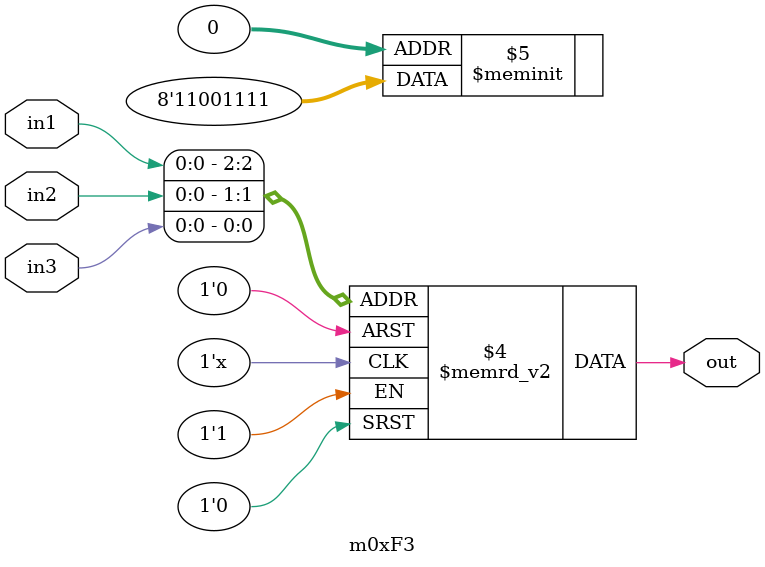
<source format=v>
module m0xF3(output out, input in1, in2, in3);

   always @(in1, in2, in3)
     begin
        case({in1, in2, in3})
          3'b000: {out} = 1'b1;
          3'b001: {out} = 1'b1;
          3'b010: {out} = 1'b1;
          3'b011: {out} = 1'b1;
          3'b100: {out} = 1'b0;
          3'b101: {out} = 1'b0;
          3'b110: {out} = 1'b1;
          3'b111: {out} = 1'b1;
        endcase // case ({in1, in2, in3})
     end // always @ (in1, in2, in3)

endmodule // m0xF3
</source>
